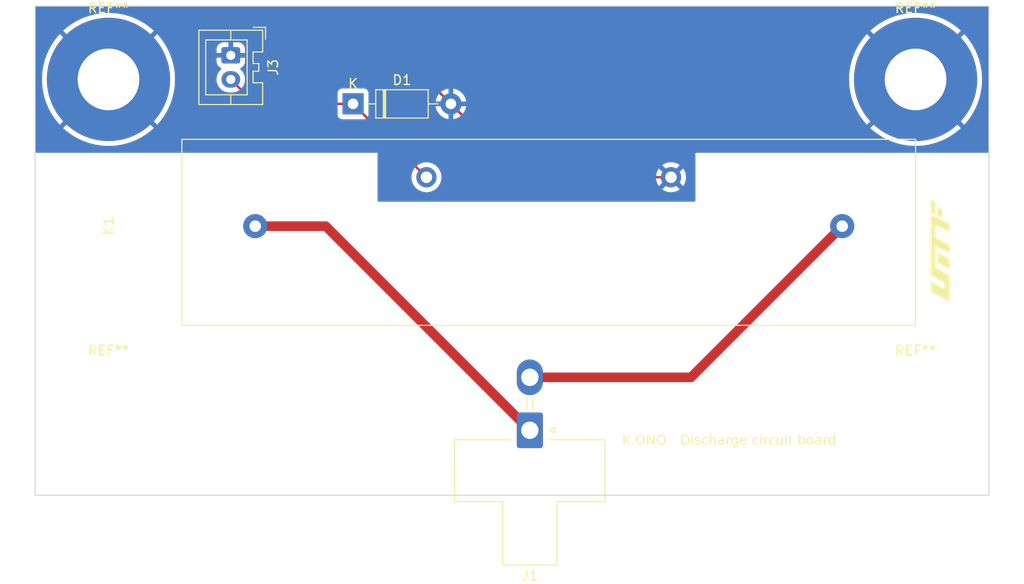
<source format=kicad_pcb>
(kicad_pcb (version 20221018) (generator pcbnew)
  (layers (0 "F.Cu" signal) (31 "B.Cu" signal) (34 "B.Paste" user) (35 "F.Paste" user) (36 "B.SilkS" user "B.Silkscreen") (37 "F.SilkS" user "F.Silkscreen") (38 "B.Mask" user) (39 "F.Mask" user) (44 "Edge.Cuts" user))
  (net 0 "")
  (net 1 "Net-(J1-Pin_1)")
  (net 2 "+12V")
  (net 3 "GND")
  (net 4 "Net-(J1-Pin_2)")
  (footprint "UTFF_footprints:3350-xxxx-126" (layer "F.Cu") (at 88.9 43.18 90)
    (fp_text reference "K1" (at 0 -45.72 90 unlocked) (layer "F.SilkS"))
    (fp_text value "3350-4275-126")
    (fp_line (start -10.3 -38.1) (end 9.02 -38.1) (stroke (width 0.12)) (layer "F.SilkS"))
    (fp_line (start -10.3 38.1) (end -10.3 -38.1) (stroke (width 0.12)) (layer "F.SilkS"))
    (fp_line (start 9.02 -38.1) (end 9.02 38.1) (stroke (width 0.12)) (layer "F.SilkS"))
    (fp_line (start 9.02 38.1) (end -10.3 38.1) (stroke (width 0.12)) (layer "F.SilkS"))
    (pad "1" thru_hole circle (at 0 30.48 90) (size 2.5 2.5) (drill 1.2) (layers "*.Cu" "*.Mask") (net 4 "Net-(J1-Pin_2)"))
    (pad "2" thru_hole circle (at 5.08 -12.7 90) (size 2.1 2.1) (drill 1.2) (layers "*.Cu" "*.Mask") (net 2 "+12V"))
    (pad "3" thru_hole circle (at 5.08 12.7 90) (size 2.1 2.1) (drill 1.2) (layers "*.Cu" "*.Mask" "Dwgs.User") (net 3 "GND"))
    (pad "4" thru_hole circle (at 0 -30.48 90) (size 2.5 2.5) (drill 1.2) (layers "*.Cu" "*.Mask") (net 1 "Net-(J1-Pin_1)"))
  )
  (footprint "UTFF_footprints:UTFF_logo_Footprint" (layer "F.Cu") (at 129.54 45.72 90)
    (fp_text reference "G***" hide)
    (fp_text value "LOGO" hide)
    (fp_poly (pts (xy 4.391914 -0.28275) (xy 4.460526 -0.281186) (xy 4.50758 -0.278933) (xy 4.529358 -0.276054) (xy 4.530423 -0.275171) (xy 4.523463 -0.258565) (xy 4.504384 -0.21996) (xy 4.475426 -0.163708) (xy 4.438828 -0.094157) (xy 4.396829 -0.015659) (xy 4.396476 -0.015003) (xy 4.262998 0.232546) (xy 3.373916 0.240496) (xy 3.491063 0.01779) (xy 3.531894 -0.059251) (xy 3.569588 -0.129304) (xy 3.601223 -0.187017) (xy 3.623873 -0.227036) (xy 3.632535 -0.241236) (xy 3.656859 -0.277555) (xy 4.093876 -0.282673) (xy 4.204873 -0.283558) (xy 4.305458 -0.283562)) (fill solid) (layer "F.SilkS"))
    (fp_poly (pts (xy 4.786079 -0.989955) (xy 4.915955 -0.989267) (xy 5.033185 -0.988182) (xy 5.134785 -0.986748) (xy 5.217774 -0.985014) (xy 5.279168 -0.983031) (xy 5.315985 -0.980848) (xy 5.325742 -0.978943) (xy 5.318854 -0.962772) (xy 5.299879 -0.924556) (xy 5.271045 -0.868618) (xy 5.234581 -0.799284) (xy 5.192719 -0.720877) (xy 5.192323 -0.720142) (xy 5.059211 -0.472593) (xy 4.37441 -0.468691) (xy 3.68961 -0.464788) (xy 3.788432 -0.648726) (xy 3.828682 -0.723979) (xy 3.867628 -0.797388) (xy 3.901124 -0.861098) (xy 3.925021 -0.907254) (xy 3.927143 -0.91143) (xy 3.967031 -0.990195) (xy 4.64654 -0.990195)) (fill solid) (layer "F.SilkS"))
    (fp_poly (pts (xy -0.540043 -0.253479) (xy -0.445367 -0.252915) (xy -0.362396 -0.251883) (xy -0.29539 -0.250372) (xy -0.24861 -0.248372) (xy -0.22632 -0.24587) (xy -0.225044 -0.245039) (xy -0.228311 -0.235556) (xy -0.238663 -0.213371) (xy -0.256923 -0.176917) (xy -0.283918 -0.124627) (xy -0.320472 -0.054934) (xy -0.367409 0.033729) (xy -0.425556 0.142927) (xy -0.495737 0.274228) (xy -0.578776 0.429197) (xy -0.648359 0.55886) (xy -0.887999 1.005198) (xy -1.41169 1.005198) (xy -1.533622 1.004888) (xy -1.645448 1.004006) (xy -1.743776 1.002626) (xy -1.825214 1.000821) (xy -1.88637 0.998663) (xy -1.923849 0.996225) (xy -1.934558 0.993945) (xy -1.927511 0.978819) (xy -1.907655 0.939942) (xy -1.8764 0.879989) (xy -1.835157 0.801632) (xy -1.785339 0.707544) (xy -1.728354 0.600397) (xy -1.665614 0.482865) (xy -1.607892 0.375074) (xy -1.282048 -0.232546) (xy -1.207385 -0.242484) (xy -1.172498 -0.245262) (xy -1.115222 -0.247662) (xy -1.039818 -0.249672) (xy -0.950548 -0.25128) (xy -0.851674 -0.252476) (xy -0.747458 -0.253248) (xy -0.64216 -0.253586)) (fill solid) (layer "F.SilkS"))
    (fp_poly (pts (xy 1.913906 -0.284682) (xy 2.013809 -0.283623) (xy 2.099544 -0.281978) (xy 2.16737 -0.279843) (xy 2.213548 -0.277317) (xy 2.234337 -0.274497) (xy 2.235134 -0.273804) (xy 2.228246 -0.257633) (xy 2.209271 -0.219417) (xy 2.180437 -0.163479) (xy 2.143975 -0.094144) (xy 2.102113 -0.015737) (xy 2.101719 -0.015003) (xy 1.96861 0.232546) (xy 1.53166 0.236523) (xy 1.094711 0.240501) (xy 1.119678 0.194148) (xy 1.170231 0.194148) (xy 1.181364 0.19958) (xy 1.21574 0.203557) (xy 1.27482 0.206127) (xy 1.360067 0.207335) (xy 1.472943 0.207229) (xy 1.55564 0.206544) (xy 1.941049 0.20254) (xy 2.057898 -0.015003) (xy 2.097018 -0.088449) (xy 2.130613 -0.152696) (xy 2.156303 -0.203095) (xy 2.171704 -0.234994) (xy 2.175088 -0.243798) (xy 2.160844 -0.246849) (xy 2.120573 -0.249585) (xy 2.058253 -0.25189) (xy 1.977862 -0.253646) (xy 1.883378 -0.254736) (xy 1.793875 -0.25505) (xy 1.412321 -0.25505) (xy 1.383804 -0.213792) (xy 1.363956 -0.181933) (xy 1.336098 -0.133141) (xy 1.303277 -0.073237) (xy 1.268543 -0.008045) (xy 1.234943 0.056614) (xy 1.205525 0.114916) (xy 1.183339 0.161038) (xy 1.171433 0.189159) (xy 1.170231 0.194148) (xy 1.119678 0.194148) (xy 1.185745 0.071491) (xy 1.225909 -0.003546) (xy 1.265999 -0.079248) (xy 1.301093 -0.146279) (xy 1.324243 -0.191288) (xy 1.371709 -0.285056) (xy 1.803575 -0.285056)) (fill solid) (layer "F.SilkS"))
    (fp_poly (pts (xy 0.917471 -0.989941) (xy 1.215522 -0.989825) (xy 1.504141 -0.989621) (xy 1.781946 -0.989335) (xy 2.047555 -0.98897) (xy 2.299586 -0.988531) (xy 2.536658 -0.988021) (xy 2.757388 -0.987446) (xy 2.960394 -0.986809) (xy 3.144294 -0.986115) (xy 3.307707 -0.985369) (xy 3.44925 -0.984573) (xy 3.567542 -0.983734) (xy 3.6612 -0.982854) (xy 3.728843 -0.981938) (xy 3.769088 -0.980992) (xy 3.780744 -0.980128) (xy 3.774297 -0.964809) (xy 3.755773 -0.925099) (xy 3.726396 -0.863504) (xy 3.687392 -0.782531) (xy 3.639984 -0.684684) (xy 3.585399 -0.572471) (xy 3.52486 -0.448396) (xy 3.459593 -0.314965) (xy 3.390822 -0.174684) (xy 3.319772 -0.030059) (xy 3.247668 0.116404) (xy 3.175734 0.2622) (xy 3.105197 0.404822) (xy 3.037279 0.541765) (xy 3.012003 0.592616) (xy 2.817978 0.982693) (xy 2.695493 0.992456) (xy 2.626512 0.996765) (xy 2.54391 1.00004) (xy 2.452348 1.002299) (xy 2.35649 1.003561) (xy 2.260998 1.003846) (xy 2.170534 1.00317) (xy 2.089763 1.001553) (xy 2.023347 0.999013) (xy 1.975947 0.99557) (xy 1.952229 0.99124) (xy 1.950384 0.989499) (xy 1.956804 0.973376) (xy 1.975243 0.932896) (xy 2.004473 0.870624) (xy 2.043265 0.789125) (xy 2.09039 0.690965) (xy 2.14462 0.578709) (xy 2.204726 0.454922) (xy 2.269479 0.32217) (xy 2.295452 0.269082) (xy 2.361662 0.13359) (xy 2.4237 0.006105) (xy 2.480339 -0.110812) (xy 2.530349 -0.214601) (xy 2.572502 -0.3027) (xy 2.605571 -0.372549) (xy 2.628326 -0.421586) (xy 2.63954 -0.447251) (xy 2.64052 -0.450364) (xy 2.625688 -0.454218) (xy 2.581867 -0.457527) (xy 2.51007 -0.460267) (xy 2.411308 -0.462416) (xy 2.286595 -0.46395) (xy 2.136942 -0.464847) (xy 1.990492 -0.465092) (xy 1.340465 -0.465092) (xy 0.616621 1.005198) (xy 0.180786 1.005198) (xy 0.069909 1.004816) (xy -0.030574 1.003738) (xy -0.116936 1.002063) (xy -0.185449 0.999888) (xy -0.232389 0.997312) (xy -0.254028 0.994435) (xy -0.25505 0.993643) (xy -0.248567 0.978351) (xy -0.229952 0.938764) (xy -0.200455 0.87744) (xy -0.161326 0.796941) (xy -0.113815 0.699826) (xy -0.059173 0.588656) (xy 0.001351 0.465991) (xy 0.066507 0.334391) (xy 0.088531 0.290003) (xy 0.155324 0.155244) (xy 0.218217 0.027937) (xy 0.275911 -0.089258) (xy 0.327106 -0.193684) (xy 0.370504 -0.282682) (xy 0.404806 -0.353594) (xy 0.428713 -0.403761) (xy 0.440925 -0.430525) (xy 0.442112 -0.433587) (xy 0.452111 -0.465092) (xy -1.786363 -0.465092) (xy -1.819614 -0.409188) (xy -1.833086 -0.385184) (xy -1.859165 -0.337453) (xy -1.896362 -0.268761) (xy -1.943192 -0.181872) (xy -1.998167 -0.079551) (xy -2.059801 0.035438) (xy -2.126605 0.16033) (xy -2.197094 0.29236) (xy -2.21301 0.322206) (xy -2.573155 0.997696) (xy -3.9421 1.001526) (xy -4.141931 1.001992) (xy -4.332991 1.002256) (xy -4.513177 1.002325) (xy -4.680388 1.002208) (xy -4.832519 1.001911) (xy -4.967469 1.001442) (xy -5.083135 1.000809) (xy -5.177414 1.000019) (xy -5.248202 0.999079) (xy -5.293398 0.997997) (xy -5.310899 0.996781) (xy -5.311045 0.996653) (xy -5.304199 0.981785) (xy -5.284796 0.943756) (xy -5.254543 0.885807) (xy -5.215147 0.811177) (xy -5.168314 0.723106) (xy -5.115749 0.624832) (xy -5.087775 0.572741) (xy -5.020896 0.448307) (xy -4.947977 0.312535) (xy -4.873157 0.173135) (xy -4.800575 0.037822) (xy -4.734368 -0.085694) (xy -4.683847 -0.180036) (xy -4.625414 -0.289182) (xy -4.563206 -0.405309) (xy -4.501298 -0.52082) (xy -4.443761 -0.628116) (xy -4.394669 -0.719599) (xy -4.378263 -0.750148) (xy -4.253337 -0.982694) (xy -3.724483 -0.986636) (xy -3.601889 -0.987313) (xy -3.489346 -0.987477) (xy -3.390236 -0.987158) (xy -3.307942 -0.986388) (xy -3.245847 -0.985196) (xy -3.207333 -0.983613) (xy -3.195629 -0.981882) (xy -3.202496 -0.967176) (xy -3.222074 -0.928961) (xy -3.252831 -0.87014) (xy -3.293233 -0.793612) (xy -3.341749 -0.702281) (xy -3.396844 -0.599046) (xy -3.456985 -0.486809) (xy -3.471203 -0.460338) (xy -3.567389 -0.281313) (xy -3.650314 -0.126918) (xy -3.720932 0.004641) (xy -3.7802 0.11516) (xy -3.829073 0.206431) (xy -3.868508 0.280249) (xy -3.89946 0.338408) (xy -3.922884 0.382703) (xy -3.939738 0.414926) (xy -3.950977 0.436874) (xy -3.957555 0.450339) (xy -3.96043 0.457116) (xy -3.96078 0.458624) (xy -3.946509 0.460549) (xy -3.906627 0.462246) (xy -3.845527 0.463625) (xy -3.767604 0.464593) (xy -3.677252 0.465062) (xy -3.647284 0.465091) (xy -3.333789 0.465091) (xy -2.558003 -0.989737) (xy 0.611371 -0.989966)) (fill solid) (layer "F.SilkS"))
  )
  (footprint "MountingHole:MountingHole_6.4mm_M6" (layer "F.Cu") (at 43.18 63.5)
    (fp_text reference "REF**" (at 0 -7.4) (layer "F.SilkS"))
    (fp_text value "MountingHole_6.4mm_M6")
    (pad "" np_thru_hole circle (at 0 0) (size 6.4 6.4) (drill 6.4) (layers "*.Cu" "*.Mask"))
  )
  (footprint "MountingHole:MountingHole_6.4mm_M6_Pad" (layer "F.Cu") (at 127 27.94)
    (fp_text reference "REF**" (at 0 -7.4) (layer "F.SilkS"))
    (fp_text value "MountingHole_6.4mm_M6_Pad")
    (pad "1" thru_hole circle (at 0 0) (size 12.8 12.8) (drill 6.4) (layers "*.Cu" "*.Mask") (net 3 "GND"))
  )
  (footprint "Diode_THT:D_DO-41_SOD81_P10.16mm_Horizontal" (layer "F.Cu") (at 68.58 30.48)
    (fp_text reference "D1" (at 5.08 -2.47) (layer "F.SilkS"))
    (fp_text value "1N4004")
    (fp_text user "K" (at 0 -2.1) (layer "F.SilkS"))
    (fp_line (start 1.34 0) (end 2.36 0) (stroke (width 0.12)) (layer "F.SilkS"))
    (fp_line (start 2.36 -1.47) (end 2.36 1.47) (stroke (width 0.12)) (layer "F.SilkS"))
    (fp_line (start 2.36 1.47) (end 7.8 1.47) (stroke (width 0.12)) (layer "F.SilkS"))
    (fp_line (start 3.14 -1.47) (end 3.14 1.47) (stroke (width 0.12)) (layer "F.SilkS"))
    (fp_line (start 3.26 -1.47) (end 3.26 1.47) (stroke (width 0.12)) (layer "F.SilkS"))
    (fp_line (start 3.38 -1.47) (end 3.38 1.47) (stroke (width 0.12)) (layer "F.SilkS"))
    (fp_line (start 7.8 -1.47) (end 2.36 -1.47) (stroke (width 0.12)) (layer "F.SilkS"))
    (fp_line (start 7.8 1.47) (end 7.8 -1.47) (stroke (width 0.12)) (layer "F.SilkS"))
    (fp_line (start 8.82 0) (end 7.8 0) (stroke (width 0.12)) (layer "F.SilkS"))
    (pad "1" thru_hole rect (at 0 0) (size 2.2 2.2) (drill 1.1) (layers "*.Cu" "*.Mask") (net 2 "+12V"))
    (pad "2" thru_hole oval (at 10.16 0) (size 2.2 2.2) (drill 1.1) (layers "*.Cu" "*.Mask") (net 3 "GND"))
  )
  (footprint "MountingHole:MountingHole_6.4mm_M6" (layer "F.Cu") (at 127 63.5)
    (fp_text reference "REF**" (at 0 -7.4) (layer "F.SilkS"))
    (fp_text value "MountingHole_6.4mm_M6")
    (pad "" np_thru_hole circle (at 0 0) (size 6.4 6.4) (drill 6.4) (layers "*.Cu" "*.Mask"))
  )
  (footprint "MountingHole:MountingHole_6.4mm_M6_Pad" (layer "F.Cu") (at 43.18 27.94)
    (fp_text reference "REF**" (at 0 -7.4) (layer "F.SilkS"))
    (fp_text value "MountingHole_6.4mm_M6_Pad")
    (pad "1" thru_hole circle (at 0 0) (size 12.8 12.8) (drill 6.4) (layers "*.Cu" "*.Mask") (net 3 "GND"))
  )
  (footprint "Connector_JST:JST_XA_B02B-XASK-1_1x02_P2.50mm_Vertical" (layer "F.Cu") (at 55.88 25.44 -90)
    (fp_text reference "J3" (at 1.25 -4.4 90) (layer "F.SilkS"))
    (fp_text value "Conn_01x02")
    (fp_line (start -2.91 -3.61) (end -2.91 -2.36) (stroke (width 0.12)) (layer "F.SilkS"))
    (fp_line (start -2.61 -3.31) (end -2.61 3.31) (stroke (width 0.12)) (layer "F.SilkS"))
    (fp_line (start -2.61 0) (end -1.6 0) (stroke (width 0.12)) (layer "F.SilkS"))
    (fp_line (start -2.61 3.31) (end 5.11 3.31) (stroke (width 0.12)) (layer "F.SilkS"))
    (fp_line (start -1.66 -3.61) (end -2.91 -3.61) (stroke (width 0.12)) (layer "F.SilkS"))
    (fp_line (start -1.6 -1.7) (end -1.6 2.6) (stroke (width 0.12)) (layer "F.SilkS"))
    (fp_line (start -1.6 2.6) (end 4.1 2.6) (stroke (width 0.12)) (layer "F.SilkS"))
    (fp_line (start -0.35 -3.31) (end -2.61 -3.31) (stroke (width 0.12)) (layer "F.SilkS"))
    (fp_line (start -0.35 -2.31) (end -0.35 -3.31) (stroke (width 0.12)) (layer "F.SilkS"))
    (fp_line (start 0.85 -2.91) (end 0.85 -2.31) (stroke (width 0.12)) (layer "F.SilkS"))
    (fp_line (start 0.85 -2.31) (end -0.35 -2.31) (stroke (width 0.12)) (layer "F.SilkS"))
    (fp_line (start 1.65 -2.91) (end 0.85 -2.91) (stroke (width 0.12)) (layer "F.SilkS"))
    (fp_line (start 1.65 -2.31) (end 1.65 -2.91) (stroke (width 0.12)) (layer "F.SilkS"))
    (fp_line (start 2.85 -3.31) (end 2.85 -2.31) (stroke (width 0.12)) (layer "F.SilkS"))
    (fp_line (start 2.85 -2.31) (end 1.65 -2.31) (stroke (width 0.12)) (layer "F.SilkS"))
    (fp_line (start 4.1 -1.7) (end -1.6 -1.7) (stroke (width 0.12)) (layer "F.SilkS"))
    (fp_line (start 4.1 2.6) (end 4.1 -1.7) (stroke (width 0.12)) (layer "F.SilkS"))
    (fp_line (start 5.11 -3.31) (end 2.85 -3.31) (stroke (width 0.12)) (layer "F.SilkS"))
    (fp_line (start 5.11 0) (end 4.1 0) (stroke (width 0.12)) (layer "F.SilkS"))
    (fp_line (start 5.11 3.31) (end 5.11 -3.31) (stroke (width 0.12)) (layer "F.SilkS"))
    (pad "1" thru_hole roundrect (at 0 0 270) (size 1.7 1.95) (drill 0.95) (layers "*.Cu" "*.Mask") (roundrect_rratio 0.147059) (net 3 "GND"))
    (pad "2" thru_hole oval (at 2.5 0 270) (size 1.7 1.95) (drill 0.95) (layers "*.Cu" "*.Mask") (net 2 "+12V"))
  )
  (footprint "Connector_Molex:Molex_Mini-Fit_Jr_5569-02A1_2x01_P4.20mm_Horizontal" (layer "F.Cu") (at 86.94 64.38 180)
    (fp_text reference "J1" (at 0 -15.1) (layer "F.SilkS"))
    (fp_text value "Conn_01x02")
    (fp_line (start -7.81 -7.41) (end -7.81 -0.99) (stroke (width 0.12)) (layer "F.SilkS"))
    (fp_line (start -7.81 -0.99) (end -2 -0.99) (stroke (width 0.12)) (layer "F.SilkS"))
    (fp_line (start -2.81 -14.01) (end -2.81 -7.41) (stroke (width 0.12)) (layer "F.SilkS"))
    (fp_line (start -2.81 -7.41) (end -7.81 -7.41) (stroke (width 0.12)) (layer "F.SilkS"))
    (fp_line (start -2.6 -0.3) (end -2 0) (stroke (width 0.12)) (layer "F.SilkS"))
    (fp_line (start -2.6 0.3) (end -2.6 -0.3) (stroke (width 0.12)) (layer "F.SilkS"))
    (fp_line (start -2 0) (end -2.6 0.3) (stroke (width 0.12)) (layer "F.SilkS"))
    (fp_line (start -0.3 2.11) (end -0.3 3.39) (stroke (width 0.12)) (layer "F.SilkS"))
    (fp_line (start 0 -14.01) (end -2.81 -14.01) (stroke (width 0.12)) (layer "F.SilkS"))
    (fp_line (start 0 -14.01) (end 2.81 -14.01) (stroke (width 0.12)) (layer "F.SilkS"))
    (fp_line (start 0.3 2.11) (end 0.3 3.39) (stroke (width 0.12)) (layer "F.SilkS"))
    (fp_line (start 2.81 -14.01) (end 2.81 -7.41) (stroke (width 0.12)) (layer "F.SilkS"))
    (fp_line (start 2.81 -7.41) (end 7.81 -7.41) (stroke (width 0.12)) (layer "F.SilkS"))
    (fp_line (start 7.81 -7.41) (end 7.81 -0.99) (stroke (width 0.12)) (layer "F.SilkS"))
    (fp_line (start 7.81 -0.99) (end 2 -0.99) (stroke (width 0.12)) (layer "F.SilkS"))
    (pad "" np_thru_hole circle (at -4.5 -4.2 180) (size 3.2 3.2) (drill 3.2) (layers "*.Cu" "*.Mask"))
    (pad "" np_thru_hole circle (at 4.5 -4.2 180) (size 3.2 3.2) (drill 3.2) (layers "*.Cu" "*.Mask"))
    (pad "1" thru_hole roundrect (at 0 0 180) (size 2.7 3.7) (drill 1.8) (layers "*.Cu" "*.Mask") (roundrect_rratio 0.092593) (net 1 "Net-(J1-Pin_1)"))
    (pad "2" thru_hole oval (at 0 5.5 180) (size 2.7 3.7) (drill 1.8) (layers "*.Cu" "*.Mask") (net 4 "Net-(J1-Pin_2)"))
  )
  (gr_line (start 35.56 71.12) (end 35.56 20.32) (stroke (width 0.1)) (layer "Edge.Cuts"))
  (gr_line (start 134.62 20.32) (end 134.62 71.12) (stroke (width 0.1)) (layer "Edge.Cuts"))
  (gr_line (start 35.56 20.32) (end 134.62 20.32) (stroke (width 0.1)) (layer "Edge.Cuts"))
  (gr_line (start 134.62 71.12) (end 35.56 71.12) (stroke (width 0.1)) (layer "Edge.Cuts"))
  (gr_line (start 55.88 22.86) (end 55.88 22.86) (stroke (width 0.1)) (layer "Edge.Cuts"))
  (gr_text "K.ONO　Discharge circuit board" (at 96.52 66.04) (layer "F.SilkS") (effects (font (size 1 1)) (justify left bottom)))
  (segment (start 58.42 43.18) (end 65.74 43.18) (width 1) (layer "F.Cu") (net 1))
  (segment (start 65.74 43.18) (end 86.94 64.38) (width 1) (layer "F.Cu") (net 1))
  (segment (start 68.58 30.48) (end 58.42 30.48) (width 0.25) (layer "F.Cu") (net 2))
  (segment (start 76.2 38.1) (end 68.58 30.48) (width 0.25) (layer "F.Cu") (net 2))
  (segment (start 58.42 30.48) (end 55.88 27.94) (width 0.25) (layer "F.Cu") (net 2))
  (segment (start 73.7 25.44) (end 78.74 30.48) (width 0.25) (layer "F.Cu") (net 3))
  (segment (start 86.36 38.1) (end 78.74 30.48) (width 0.25) (layer "F.Cu") (net 3))
  (segment (start 101.6 38.1) (end 86.36 38.1) (width 0.25) (layer "F.Cu") (net 3))
  (segment (start 55.88 25.44) (end 73.7 25.44) (width 0.25) (layer "F.Cu") (net 3))
  (segment (start 86.94 58.88) (end 103.68 58.88) (width 1) (layer "F.Cu") (net 4))
  (segment (start 103.68 58.88) (end 119.38 43.18) (width 1) (layer "F.Cu") (net 4))
  (zone (net 3) (net_name "GND") (layer "B.Cu") (connect_pads (clearance 0.5)) (min_thickness 0.25) (fill yes (thermal_gap 0.5) (thermal_bridge_width 0.5))
    (polygon (pts (xy 35.56 35.56) (xy 71.12 35.56) (xy 71.12 40.64) (xy 104.14 40.64) (xy 104.14 35.56) (xy 134.62 35.56) (xy 134.62 20.32) (xy 35.56 20.32)))
  )
)
</source>
